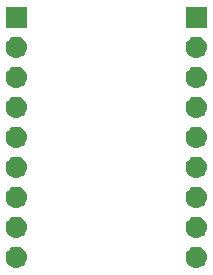
<source format=gbr>
G04 #@! TF.GenerationSoftware,KiCad,Pcbnew,(5.1.4-0)*
G04 #@! TF.CreationDate,2021-01-28T22:10:56-05:00*
G04 #@! TF.ProjectId,coral_breakout,636f7261-6c5f-4627-9265-616b6f75742e,rev?*
G04 #@! TF.SameCoordinates,Original*
G04 #@! TF.FileFunction,Soldermask,Bot*
G04 #@! TF.FilePolarity,Negative*
%FSLAX46Y46*%
G04 Gerber Fmt 4.6, Leading zero omitted, Abs format (unit mm)*
G04 Created by KiCad (PCBNEW (5.1.4-0)) date 2021-01-28 22:10:56*
%MOMM*%
%LPD*%
G04 APERTURE LIST*
%ADD10C,0.100000*%
G04 APERTURE END LIST*
D10*
G36*
X147430443Y-105785519D02*
G01*
X147496627Y-105792037D01*
X147666466Y-105843557D01*
X147822991Y-105927222D01*
X147858729Y-105956552D01*
X147960186Y-106039814D01*
X148043448Y-106141271D01*
X148072778Y-106177009D01*
X148156443Y-106333534D01*
X148207963Y-106503373D01*
X148225359Y-106680000D01*
X148207963Y-106856627D01*
X148156443Y-107026466D01*
X148072778Y-107182991D01*
X148043448Y-107218729D01*
X147960186Y-107320186D01*
X147858729Y-107403448D01*
X147822991Y-107432778D01*
X147666466Y-107516443D01*
X147496627Y-107567963D01*
X147430443Y-107574481D01*
X147364260Y-107581000D01*
X147275740Y-107581000D01*
X147209557Y-107574481D01*
X147143373Y-107567963D01*
X146973534Y-107516443D01*
X146817009Y-107432778D01*
X146781271Y-107403448D01*
X146679814Y-107320186D01*
X146596552Y-107218729D01*
X146567222Y-107182991D01*
X146483557Y-107026466D01*
X146432037Y-106856627D01*
X146414641Y-106680000D01*
X146432037Y-106503373D01*
X146483557Y-106333534D01*
X146567222Y-106177009D01*
X146596552Y-106141271D01*
X146679814Y-106039814D01*
X146781271Y-105956552D01*
X146817009Y-105927222D01*
X146973534Y-105843557D01*
X147143373Y-105792037D01*
X147209557Y-105785519D01*
X147275740Y-105779000D01*
X147364260Y-105779000D01*
X147430443Y-105785519D01*
X147430443Y-105785519D01*
G37*
G36*
X132190443Y-105785519D02*
G01*
X132256627Y-105792037D01*
X132426466Y-105843557D01*
X132582991Y-105927222D01*
X132618729Y-105956552D01*
X132720186Y-106039814D01*
X132803448Y-106141271D01*
X132832778Y-106177009D01*
X132916443Y-106333534D01*
X132967963Y-106503373D01*
X132985359Y-106680000D01*
X132967963Y-106856627D01*
X132916443Y-107026466D01*
X132832778Y-107182991D01*
X132803448Y-107218729D01*
X132720186Y-107320186D01*
X132618729Y-107403448D01*
X132582991Y-107432778D01*
X132426466Y-107516443D01*
X132256627Y-107567963D01*
X132190443Y-107574481D01*
X132124260Y-107581000D01*
X132035740Y-107581000D01*
X131969557Y-107574481D01*
X131903373Y-107567963D01*
X131733534Y-107516443D01*
X131577009Y-107432778D01*
X131541271Y-107403448D01*
X131439814Y-107320186D01*
X131356552Y-107218729D01*
X131327222Y-107182991D01*
X131243557Y-107026466D01*
X131192037Y-106856627D01*
X131174641Y-106680000D01*
X131192037Y-106503373D01*
X131243557Y-106333534D01*
X131327222Y-106177009D01*
X131356552Y-106141271D01*
X131439814Y-106039814D01*
X131541271Y-105956552D01*
X131577009Y-105927222D01*
X131733534Y-105843557D01*
X131903373Y-105792037D01*
X131969557Y-105785519D01*
X132035740Y-105779000D01*
X132124260Y-105779000D01*
X132190443Y-105785519D01*
X132190443Y-105785519D01*
G37*
G36*
X132190443Y-103245519D02*
G01*
X132256627Y-103252037D01*
X132426466Y-103303557D01*
X132582991Y-103387222D01*
X132618729Y-103416552D01*
X132720186Y-103499814D01*
X132803448Y-103601271D01*
X132832778Y-103637009D01*
X132916443Y-103793534D01*
X132967963Y-103963373D01*
X132985359Y-104140000D01*
X132967963Y-104316627D01*
X132916443Y-104486466D01*
X132832778Y-104642991D01*
X132803448Y-104678729D01*
X132720186Y-104780186D01*
X132618729Y-104863448D01*
X132582991Y-104892778D01*
X132426466Y-104976443D01*
X132256627Y-105027963D01*
X132190442Y-105034482D01*
X132124260Y-105041000D01*
X132035740Y-105041000D01*
X131969557Y-105034481D01*
X131903373Y-105027963D01*
X131733534Y-104976443D01*
X131577009Y-104892778D01*
X131541271Y-104863448D01*
X131439814Y-104780186D01*
X131356552Y-104678729D01*
X131327222Y-104642991D01*
X131243557Y-104486466D01*
X131192037Y-104316627D01*
X131174641Y-104140000D01*
X131192037Y-103963373D01*
X131243557Y-103793534D01*
X131327222Y-103637009D01*
X131356552Y-103601271D01*
X131439814Y-103499814D01*
X131541271Y-103416552D01*
X131577009Y-103387222D01*
X131733534Y-103303557D01*
X131903373Y-103252037D01*
X131969558Y-103245518D01*
X132035740Y-103239000D01*
X132124260Y-103239000D01*
X132190443Y-103245519D01*
X132190443Y-103245519D01*
G37*
G36*
X147430443Y-103245519D02*
G01*
X147496627Y-103252037D01*
X147666466Y-103303557D01*
X147822991Y-103387222D01*
X147858729Y-103416552D01*
X147960186Y-103499814D01*
X148043448Y-103601271D01*
X148072778Y-103637009D01*
X148156443Y-103793534D01*
X148207963Y-103963373D01*
X148225359Y-104140000D01*
X148207963Y-104316627D01*
X148156443Y-104486466D01*
X148072778Y-104642991D01*
X148043448Y-104678729D01*
X147960186Y-104780186D01*
X147858729Y-104863448D01*
X147822991Y-104892778D01*
X147666466Y-104976443D01*
X147496627Y-105027963D01*
X147430442Y-105034482D01*
X147364260Y-105041000D01*
X147275740Y-105041000D01*
X147209557Y-105034481D01*
X147143373Y-105027963D01*
X146973534Y-104976443D01*
X146817009Y-104892778D01*
X146781271Y-104863448D01*
X146679814Y-104780186D01*
X146596552Y-104678729D01*
X146567222Y-104642991D01*
X146483557Y-104486466D01*
X146432037Y-104316627D01*
X146414641Y-104140000D01*
X146432037Y-103963373D01*
X146483557Y-103793534D01*
X146567222Y-103637009D01*
X146596552Y-103601271D01*
X146679814Y-103499814D01*
X146781271Y-103416552D01*
X146817009Y-103387222D01*
X146973534Y-103303557D01*
X147143373Y-103252037D01*
X147209558Y-103245518D01*
X147275740Y-103239000D01*
X147364260Y-103239000D01*
X147430443Y-103245519D01*
X147430443Y-103245519D01*
G37*
G36*
X147430443Y-100705519D02*
G01*
X147496627Y-100712037D01*
X147666466Y-100763557D01*
X147822991Y-100847222D01*
X147858729Y-100876552D01*
X147960186Y-100959814D01*
X148043448Y-101061271D01*
X148072778Y-101097009D01*
X148156443Y-101253534D01*
X148207963Y-101423373D01*
X148225359Y-101600000D01*
X148207963Y-101776627D01*
X148156443Y-101946466D01*
X148072778Y-102102991D01*
X148043448Y-102138729D01*
X147960186Y-102240186D01*
X147858729Y-102323448D01*
X147822991Y-102352778D01*
X147666466Y-102436443D01*
X147496627Y-102487963D01*
X147430442Y-102494482D01*
X147364260Y-102501000D01*
X147275740Y-102501000D01*
X147209558Y-102494482D01*
X147143373Y-102487963D01*
X146973534Y-102436443D01*
X146817009Y-102352778D01*
X146781271Y-102323448D01*
X146679814Y-102240186D01*
X146596552Y-102138729D01*
X146567222Y-102102991D01*
X146483557Y-101946466D01*
X146432037Y-101776627D01*
X146414641Y-101600000D01*
X146432037Y-101423373D01*
X146483557Y-101253534D01*
X146567222Y-101097009D01*
X146596552Y-101061271D01*
X146679814Y-100959814D01*
X146781271Y-100876552D01*
X146817009Y-100847222D01*
X146973534Y-100763557D01*
X147143373Y-100712037D01*
X147209557Y-100705519D01*
X147275740Y-100699000D01*
X147364260Y-100699000D01*
X147430443Y-100705519D01*
X147430443Y-100705519D01*
G37*
G36*
X132190443Y-100705519D02*
G01*
X132256627Y-100712037D01*
X132426466Y-100763557D01*
X132582991Y-100847222D01*
X132618729Y-100876552D01*
X132720186Y-100959814D01*
X132803448Y-101061271D01*
X132832778Y-101097009D01*
X132916443Y-101253534D01*
X132967963Y-101423373D01*
X132985359Y-101600000D01*
X132967963Y-101776627D01*
X132916443Y-101946466D01*
X132832778Y-102102991D01*
X132803448Y-102138729D01*
X132720186Y-102240186D01*
X132618729Y-102323448D01*
X132582991Y-102352778D01*
X132426466Y-102436443D01*
X132256627Y-102487963D01*
X132190442Y-102494482D01*
X132124260Y-102501000D01*
X132035740Y-102501000D01*
X131969558Y-102494482D01*
X131903373Y-102487963D01*
X131733534Y-102436443D01*
X131577009Y-102352778D01*
X131541271Y-102323448D01*
X131439814Y-102240186D01*
X131356552Y-102138729D01*
X131327222Y-102102991D01*
X131243557Y-101946466D01*
X131192037Y-101776627D01*
X131174641Y-101600000D01*
X131192037Y-101423373D01*
X131243557Y-101253534D01*
X131327222Y-101097009D01*
X131356552Y-101061271D01*
X131439814Y-100959814D01*
X131541271Y-100876552D01*
X131577009Y-100847222D01*
X131733534Y-100763557D01*
X131903373Y-100712037D01*
X131969557Y-100705519D01*
X132035740Y-100699000D01*
X132124260Y-100699000D01*
X132190443Y-100705519D01*
X132190443Y-100705519D01*
G37*
G36*
X147430443Y-98165519D02*
G01*
X147496627Y-98172037D01*
X147666466Y-98223557D01*
X147822991Y-98307222D01*
X147858729Y-98336552D01*
X147960186Y-98419814D01*
X148043448Y-98521271D01*
X148072778Y-98557009D01*
X148156443Y-98713534D01*
X148207963Y-98883373D01*
X148225359Y-99060000D01*
X148207963Y-99236627D01*
X148156443Y-99406466D01*
X148072778Y-99562991D01*
X148043448Y-99598729D01*
X147960186Y-99700186D01*
X147858729Y-99783448D01*
X147822991Y-99812778D01*
X147666466Y-99896443D01*
X147496627Y-99947963D01*
X147430443Y-99954481D01*
X147364260Y-99961000D01*
X147275740Y-99961000D01*
X147209557Y-99954481D01*
X147143373Y-99947963D01*
X146973534Y-99896443D01*
X146817009Y-99812778D01*
X146781271Y-99783448D01*
X146679814Y-99700186D01*
X146596552Y-99598729D01*
X146567222Y-99562991D01*
X146483557Y-99406466D01*
X146432037Y-99236627D01*
X146414641Y-99060000D01*
X146432037Y-98883373D01*
X146483557Y-98713534D01*
X146567222Y-98557009D01*
X146596552Y-98521271D01*
X146679814Y-98419814D01*
X146781271Y-98336552D01*
X146817009Y-98307222D01*
X146973534Y-98223557D01*
X147143373Y-98172037D01*
X147209557Y-98165519D01*
X147275740Y-98159000D01*
X147364260Y-98159000D01*
X147430443Y-98165519D01*
X147430443Y-98165519D01*
G37*
G36*
X132190443Y-98165519D02*
G01*
X132256627Y-98172037D01*
X132426466Y-98223557D01*
X132582991Y-98307222D01*
X132618729Y-98336552D01*
X132720186Y-98419814D01*
X132803448Y-98521271D01*
X132832778Y-98557009D01*
X132916443Y-98713534D01*
X132967963Y-98883373D01*
X132985359Y-99060000D01*
X132967963Y-99236627D01*
X132916443Y-99406466D01*
X132832778Y-99562991D01*
X132803448Y-99598729D01*
X132720186Y-99700186D01*
X132618729Y-99783448D01*
X132582991Y-99812778D01*
X132426466Y-99896443D01*
X132256627Y-99947963D01*
X132190443Y-99954481D01*
X132124260Y-99961000D01*
X132035740Y-99961000D01*
X131969557Y-99954481D01*
X131903373Y-99947963D01*
X131733534Y-99896443D01*
X131577009Y-99812778D01*
X131541271Y-99783448D01*
X131439814Y-99700186D01*
X131356552Y-99598729D01*
X131327222Y-99562991D01*
X131243557Y-99406466D01*
X131192037Y-99236627D01*
X131174641Y-99060000D01*
X131192037Y-98883373D01*
X131243557Y-98713534D01*
X131327222Y-98557009D01*
X131356552Y-98521271D01*
X131439814Y-98419814D01*
X131541271Y-98336552D01*
X131577009Y-98307222D01*
X131733534Y-98223557D01*
X131903373Y-98172037D01*
X131969557Y-98165519D01*
X132035740Y-98159000D01*
X132124260Y-98159000D01*
X132190443Y-98165519D01*
X132190443Y-98165519D01*
G37*
G36*
X147430442Y-95625518D02*
G01*
X147496627Y-95632037D01*
X147666466Y-95683557D01*
X147822991Y-95767222D01*
X147858729Y-95796552D01*
X147960186Y-95879814D01*
X148043448Y-95981271D01*
X148072778Y-96017009D01*
X148156443Y-96173534D01*
X148207963Y-96343373D01*
X148225359Y-96520000D01*
X148207963Y-96696627D01*
X148156443Y-96866466D01*
X148072778Y-97022991D01*
X148043448Y-97058729D01*
X147960186Y-97160186D01*
X147858729Y-97243448D01*
X147822991Y-97272778D01*
X147666466Y-97356443D01*
X147496627Y-97407963D01*
X147430442Y-97414482D01*
X147364260Y-97421000D01*
X147275740Y-97421000D01*
X147209558Y-97414482D01*
X147143373Y-97407963D01*
X146973534Y-97356443D01*
X146817009Y-97272778D01*
X146781271Y-97243448D01*
X146679814Y-97160186D01*
X146596552Y-97058729D01*
X146567222Y-97022991D01*
X146483557Y-96866466D01*
X146432037Y-96696627D01*
X146414641Y-96520000D01*
X146432037Y-96343373D01*
X146483557Y-96173534D01*
X146567222Y-96017009D01*
X146596552Y-95981271D01*
X146679814Y-95879814D01*
X146781271Y-95796552D01*
X146817009Y-95767222D01*
X146973534Y-95683557D01*
X147143373Y-95632037D01*
X147209558Y-95625518D01*
X147275740Y-95619000D01*
X147364260Y-95619000D01*
X147430442Y-95625518D01*
X147430442Y-95625518D01*
G37*
G36*
X132190442Y-95625518D02*
G01*
X132256627Y-95632037D01*
X132426466Y-95683557D01*
X132582991Y-95767222D01*
X132618729Y-95796552D01*
X132720186Y-95879814D01*
X132803448Y-95981271D01*
X132832778Y-96017009D01*
X132916443Y-96173534D01*
X132967963Y-96343373D01*
X132985359Y-96520000D01*
X132967963Y-96696627D01*
X132916443Y-96866466D01*
X132832778Y-97022991D01*
X132803448Y-97058729D01*
X132720186Y-97160186D01*
X132618729Y-97243448D01*
X132582991Y-97272778D01*
X132426466Y-97356443D01*
X132256627Y-97407963D01*
X132190442Y-97414482D01*
X132124260Y-97421000D01*
X132035740Y-97421000D01*
X131969558Y-97414482D01*
X131903373Y-97407963D01*
X131733534Y-97356443D01*
X131577009Y-97272778D01*
X131541271Y-97243448D01*
X131439814Y-97160186D01*
X131356552Y-97058729D01*
X131327222Y-97022991D01*
X131243557Y-96866466D01*
X131192037Y-96696627D01*
X131174641Y-96520000D01*
X131192037Y-96343373D01*
X131243557Y-96173534D01*
X131327222Y-96017009D01*
X131356552Y-95981271D01*
X131439814Y-95879814D01*
X131541271Y-95796552D01*
X131577009Y-95767222D01*
X131733534Y-95683557D01*
X131903373Y-95632037D01*
X131969558Y-95625518D01*
X132035740Y-95619000D01*
X132124260Y-95619000D01*
X132190442Y-95625518D01*
X132190442Y-95625518D01*
G37*
G36*
X147430443Y-93085519D02*
G01*
X147496627Y-93092037D01*
X147666466Y-93143557D01*
X147822991Y-93227222D01*
X147858729Y-93256552D01*
X147960186Y-93339814D01*
X148043448Y-93441271D01*
X148072778Y-93477009D01*
X148156443Y-93633534D01*
X148207963Y-93803373D01*
X148225359Y-93980000D01*
X148207963Y-94156627D01*
X148156443Y-94326466D01*
X148072778Y-94482991D01*
X148043448Y-94518729D01*
X147960186Y-94620186D01*
X147858729Y-94703448D01*
X147822991Y-94732778D01*
X147666466Y-94816443D01*
X147496627Y-94867963D01*
X147430443Y-94874481D01*
X147364260Y-94881000D01*
X147275740Y-94881000D01*
X147209557Y-94874481D01*
X147143373Y-94867963D01*
X146973534Y-94816443D01*
X146817009Y-94732778D01*
X146781271Y-94703448D01*
X146679814Y-94620186D01*
X146596552Y-94518729D01*
X146567222Y-94482991D01*
X146483557Y-94326466D01*
X146432037Y-94156627D01*
X146414641Y-93980000D01*
X146432037Y-93803373D01*
X146483557Y-93633534D01*
X146567222Y-93477009D01*
X146596552Y-93441271D01*
X146679814Y-93339814D01*
X146781271Y-93256552D01*
X146817009Y-93227222D01*
X146973534Y-93143557D01*
X147143373Y-93092037D01*
X147209557Y-93085519D01*
X147275740Y-93079000D01*
X147364260Y-93079000D01*
X147430443Y-93085519D01*
X147430443Y-93085519D01*
G37*
G36*
X132190443Y-93085519D02*
G01*
X132256627Y-93092037D01*
X132426466Y-93143557D01*
X132582991Y-93227222D01*
X132618729Y-93256552D01*
X132720186Y-93339814D01*
X132803448Y-93441271D01*
X132832778Y-93477009D01*
X132916443Y-93633534D01*
X132967963Y-93803373D01*
X132985359Y-93980000D01*
X132967963Y-94156627D01*
X132916443Y-94326466D01*
X132832778Y-94482991D01*
X132803448Y-94518729D01*
X132720186Y-94620186D01*
X132618729Y-94703448D01*
X132582991Y-94732778D01*
X132426466Y-94816443D01*
X132256627Y-94867963D01*
X132190443Y-94874481D01*
X132124260Y-94881000D01*
X132035740Y-94881000D01*
X131969557Y-94874481D01*
X131903373Y-94867963D01*
X131733534Y-94816443D01*
X131577009Y-94732778D01*
X131541271Y-94703448D01*
X131439814Y-94620186D01*
X131356552Y-94518729D01*
X131327222Y-94482991D01*
X131243557Y-94326466D01*
X131192037Y-94156627D01*
X131174641Y-93980000D01*
X131192037Y-93803373D01*
X131243557Y-93633534D01*
X131327222Y-93477009D01*
X131356552Y-93441271D01*
X131439814Y-93339814D01*
X131541271Y-93256552D01*
X131577009Y-93227222D01*
X131733534Y-93143557D01*
X131903373Y-93092037D01*
X131969557Y-93085519D01*
X132035740Y-93079000D01*
X132124260Y-93079000D01*
X132190443Y-93085519D01*
X132190443Y-93085519D01*
G37*
G36*
X147430443Y-90545519D02*
G01*
X147496627Y-90552037D01*
X147666466Y-90603557D01*
X147822991Y-90687222D01*
X147858729Y-90716552D01*
X147960186Y-90799814D01*
X148043448Y-90901271D01*
X148072778Y-90937009D01*
X148156443Y-91093534D01*
X148207963Y-91263373D01*
X148225359Y-91440000D01*
X148207963Y-91616627D01*
X148156443Y-91786466D01*
X148072778Y-91942991D01*
X148043448Y-91978729D01*
X147960186Y-92080186D01*
X147858729Y-92163448D01*
X147822991Y-92192778D01*
X147666466Y-92276443D01*
X147496627Y-92327963D01*
X147430443Y-92334481D01*
X147364260Y-92341000D01*
X147275740Y-92341000D01*
X147209557Y-92334481D01*
X147143373Y-92327963D01*
X146973534Y-92276443D01*
X146817009Y-92192778D01*
X146781271Y-92163448D01*
X146679814Y-92080186D01*
X146596552Y-91978729D01*
X146567222Y-91942991D01*
X146483557Y-91786466D01*
X146432037Y-91616627D01*
X146414641Y-91440000D01*
X146432037Y-91263373D01*
X146483557Y-91093534D01*
X146567222Y-90937009D01*
X146596552Y-90901271D01*
X146679814Y-90799814D01*
X146781271Y-90716552D01*
X146817009Y-90687222D01*
X146973534Y-90603557D01*
X147143373Y-90552037D01*
X147209557Y-90545519D01*
X147275740Y-90539000D01*
X147364260Y-90539000D01*
X147430443Y-90545519D01*
X147430443Y-90545519D01*
G37*
G36*
X132190443Y-90545519D02*
G01*
X132256627Y-90552037D01*
X132426466Y-90603557D01*
X132582991Y-90687222D01*
X132618729Y-90716552D01*
X132720186Y-90799814D01*
X132803448Y-90901271D01*
X132832778Y-90937009D01*
X132916443Y-91093534D01*
X132967963Y-91263373D01*
X132985359Y-91440000D01*
X132967963Y-91616627D01*
X132916443Y-91786466D01*
X132832778Y-91942991D01*
X132803448Y-91978729D01*
X132720186Y-92080186D01*
X132618729Y-92163448D01*
X132582991Y-92192778D01*
X132426466Y-92276443D01*
X132256627Y-92327963D01*
X132190443Y-92334481D01*
X132124260Y-92341000D01*
X132035740Y-92341000D01*
X131969557Y-92334481D01*
X131903373Y-92327963D01*
X131733534Y-92276443D01*
X131577009Y-92192778D01*
X131541271Y-92163448D01*
X131439814Y-92080186D01*
X131356552Y-91978729D01*
X131327222Y-91942991D01*
X131243557Y-91786466D01*
X131192037Y-91616627D01*
X131174641Y-91440000D01*
X131192037Y-91263373D01*
X131243557Y-91093534D01*
X131327222Y-90937009D01*
X131356552Y-90901271D01*
X131439814Y-90799814D01*
X131541271Y-90716552D01*
X131577009Y-90687222D01*
X131733534Y-90603557D01*
X131903373Y-90552037D01*
X131969557Y-90545519D01*
X132035740Y-90539000D01*
X132124260Y-90539000D01*
X132190443Y-90545519D01*
X132190443Y-90545519D01*
G37*
G36*
X147430443Y-88005519D02*
G01*
X147496627Y-88012037D01*
X147666466Y-88063557D01*
X147822991Y-88147222D01*
X147858729Y-88176552D01*
X147960186Y-88259814D01*
X148043448Y-88361271D01*
X148072778Y-88397009D01*
X148156443Y-88553534D01*
X148207963Y-88723373D01*
X148225359Y-88900000D01*
X148207963Y-89076627D01*
X148156443Y-89246466D01*
X148072778Y-89402991D01*
X148043448Y-89438729D01*
X147960186Y-89540186D01*
X147858729Y-89623448D01*
X147822991Y-89652778D01*
X147666466Y-89736443D01*
X147496627Y-89787963D01*
X147430443Y-89794481D01*
X147364260Y-89801000D01*
X147275740Y-89801000D01*
X147209557Y-89794481D01*
X147143373Y-89787963D01*
X146973534Y-89736443D01*
X146817009Y-89652778D01*
X146781271Y-89623448D01*
X146679814Y-89540186D01*
X146596552Y-89438729D01*
X146567222Y-89402991D01*
X146483557Y-89246466D01*
X146432037Y-89076627D01*
X146414641Y-88900000D01*
X146432037Y-88723373D01*
X146483557Y-88553534D01*
X146567222Y-88397009D01*
X146596552Y-88361271D01*
X146679814Y-88259814D01*
X146781271Y-88176552D01*
X146817009Y-88147222D01*
X146973534Y-88063557D01*
X147143373Y-88012037D01*
X147209557Y-88005519D01*
X147275740Y-87999000D01*
X147364260Y-87999000D01*
X147430443Y-88005519D01*
X147430443Y-88005519D01*
G37*
G36*
X132190443Y-88005519D02*
G01*
X132256627Y-88012037D01*
X132426466Y-88063557D01*
X132582991Y-88147222D01*
X132618729Y-88176552D01*
X132720186Y-88259814D01*
X132803448Y-88361271D01*
X132832778Y-88397009D01*
X132916443Y-88553534D01*
X132967963Y-88723373D01*
X132985359Y-88900000D01*
X132967963Y-89076627D01*
X132916443Y-89246466D01*
X132832778Y-89402991D01*
X132803448Y-89438729D01*
X132720186Y-89540186D01*
X132618729Y-89623448D01*
X132582991Y-89652778D01*
X132426466Y-89736443D01*
X132256627Y-89787963D01*
X132190443Y-89794481D01*
X132124260Y-89801000D01*
X132035740Y-89801000D01*
X131969557Y-89794481D01*
X131903373Y-89787963D01*
X131733534Y-89736443D01*
X131577009Y-89652778D01*
X131541271Y-89623448D01*
X131439814Y-89540186D01*
X131356552Y-89438729D01*
X131327222Y-89402991D01*
X131243557Y-89246466D01*
X131192037Y-89076627D01*
X131174641Y-88900000D01*
X131192037Y-88723373D01*
X131243557Y-88553534D01*
X131327222Y-88397009D01*
X131356552Y-88361271D01*
X131439814Y-88259814D01*
X131541271Y-88176552D01*
X131577009Y-88147222D01*
X131733534Y-88063557D01*
X131903373Y-88012037D01*
X131969557Y-88005519D01*
X132035740Y-87999000D01*
X132124260Y-87999000D01*
X132190443Y-88005519D01*
X132190443Y-88005519D01*
G37*
G36*
X132981000Y-87261000D02*
G01*
X131179000Y-87261000D01*
X131179000Y-85459000D01*
X132981000Y-85459000D01*
X132981000Y-87261000D01*
X132981000Y-87261000D01*
G37*
G36*
X148221000Y-87261000D02*
G01*
X146419000Y-87261000D01*
X146419000Y-85459000D01*
X148221000Y-85459000D01*
X148221000Y-87261000D01*
X148221000Y-87261000D01*
G37*
M02*

</source>
